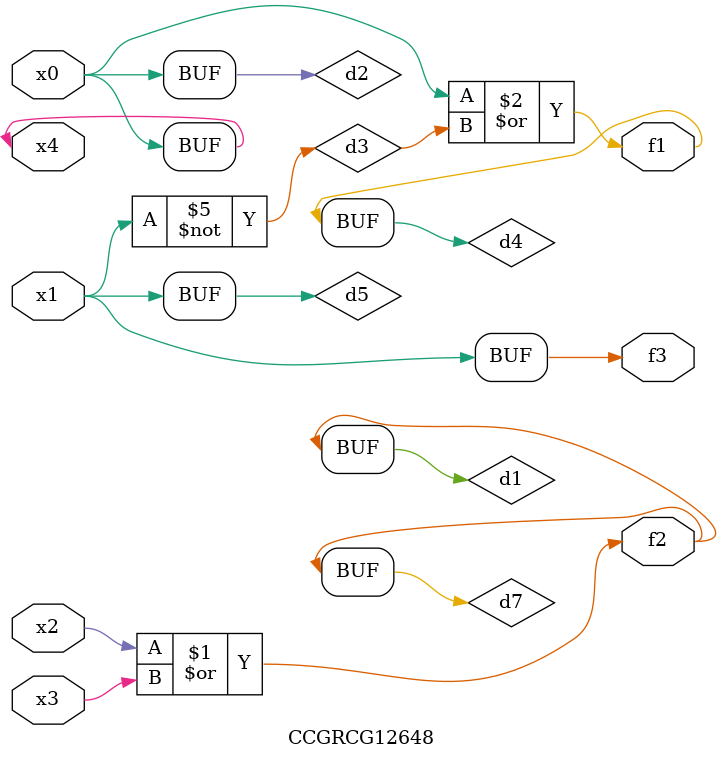
<source format=v>
module CCGRCG12648(
	input x0, x1, x2, x3, x4,
	output f1, f2, f3
);

	wire d1, d2, d3, d4, d5, d6, d7;

	or (d1, x2, x3);
	buf (d2, x0, x4);
	not (d3, x1);
	or (d4, d2, d3);
	not (d5, d3);
	nand (d6, d1, d3);
	or (d7, d1);
	assign f1 = d4;
	assign f2 = d7;
	assign f3 = d5;
endmodule

</source>
